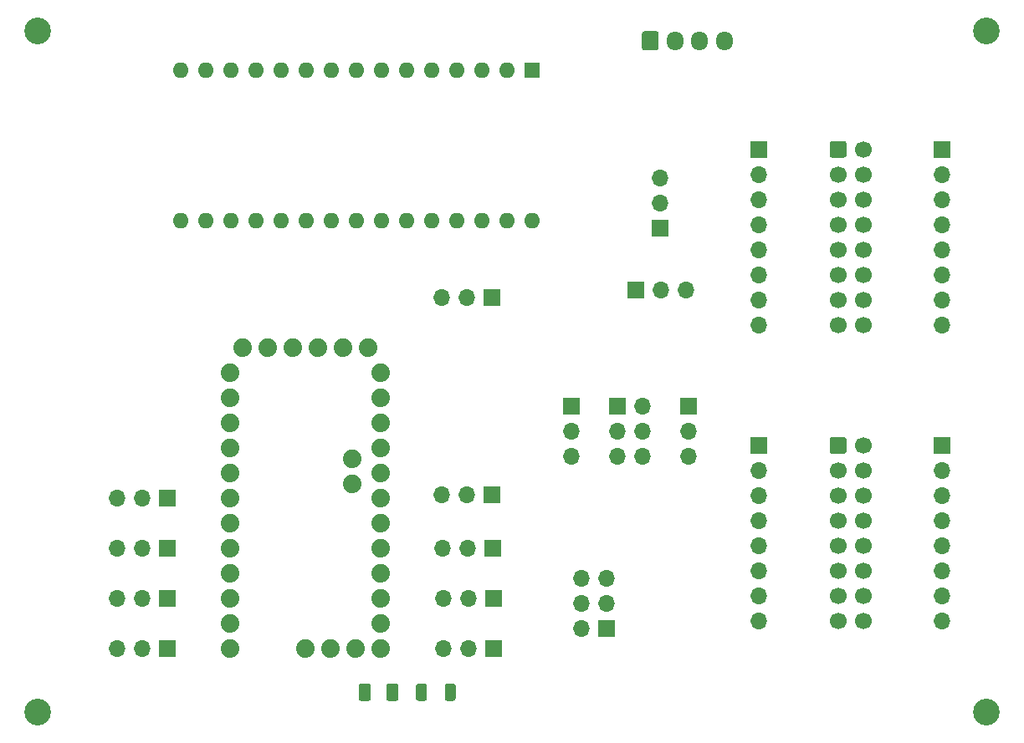
<source format=gbr>
G04 #@! TF.GenerationSoftware,KiCad,Pcbnew,5.99.0-unknown-dd99b2dc2f~142~ubuntu21.10.1*
G04 #@! TF.CreationDate,2021-10-27T13:54:22+02:00*
G04 #@! TF.ProjectId,Stm32F103Board,53746d33-3246-4313-9033-426f6172642e,rev?*
G04 #@! TF.SameCoordinates,Original*
G04 #@! TF.FileFunction,Soldermask,Top*
G04 #@! TF.FilePolarity,Negative*
%FSLAX46Y46*%
G04 Gerber Fmt 4.6, Leading zero omitted, Abs format (unit mm)*
G04 Created by KiCad (PCBNEW 5.99.0-unknown-dd99b2dc2f~142~ubuntu21.10.1) date 2021-10-27 13:54:22*
%MOMM*%
%LPD*%
G01*
G04 APERTURE LIST*
%ADD10O,1.700000X1.700000*%
%ADD11R,1.700000X1.700000*%
%ADD12C,1.879600*%
%ADD13C,2.700000*%
%ADD14C,1.700000*%
%ADD15O,1.700000X1.950000*%
%ADD16O,1.600000X1.600000*%
%ADD17R,1.600000X1.600000*%
G04 APERTURE END LIST*
G36*
G01*
X71187500Y-134625000D02*
X71187500Y-133375000D01*
G75*
G02*
X71437500Y-133125000I250000J0D01*
G01*
X72062500Y-133125000D01*
G75*
G02*
X72312500Y-133375000I0J-250000D01*
G01*
X72312500Y-134625000D01*
G75*
G02*
X72062500Y-134875000I-250000J0D01*
G01*
X71437500Y-134875000D01*
G75*
G02*
X71187500Y-134625000I0J250000D01*
G01*
G37*
G36*
G01*
X68262500Y-134625000D02*
X68262500Y-133375000D01*
G75*
G02*
X68512500Y-133125000I250000J0D01*
G01*
X69137500Y-133125000D01*
G75*
G02*
X69387500Y-133375000I0J-250000D01*
G01*
X69387500Y-134625000D01*
G75*
G02*
X69137500Y-134875000I-250000J0D01*
G01*
X68512500Y-134875000D01*
G75*
G02*
X68262500Y-134625000I0J250000D01*
G01*
G37*
G36*
G01*
X63725000Y-133375000D02*
X63725000Y-134625000D01*
G75*
G02*
X63475000Y-134875000I-250000J0D01*
G01*
X62725000Y-134875000D01*
G75*
G02*
X62475000Y-134625000I0J250000D01*
G01*
X62475000Y-133375000D01*
G75*
G02*
X62725000Y-133125000I250000J0D01*
G01*
X63475000Y-133125000D01*
G75*
G02*
X63725000Y-133375000I0J-250000D01*
G01*
G37*
G36*
G01*
X66525000Y-133375000D02*
X66525000Y-134625000D01*
G75*
G02*
X66275000Y-134875000I-250000J0D01*
G01*
X65525000Y-134875000D01*
G75*
G02*
X65275000Y-134625000I0J250000D01*
G01*
X65275000Y-133375000D01*
G75*
G02*
X65525000Y-133125000I250000J0D01*
G01*
X66275000Y-133125000D01*
G75*
G02*
X66525000Y-133375000I0J-250000D01*
G01*
G37*
D10*
X95580000Y-93250000D03*
X93040000Y-93250000D03*
D11*
X90500000Y-93250000D03*
D12*
X57120000Y-129540000D03*
X49500000Y-101600000D03*
X49500000Y-104140000D03*
X49500000Y-106680000D03*
X49500000Y-109220000D03*
X49500000Y-111760000D03*
X49500000Y-114300000D03*
X49500000Y-116840000D03*
X49500000Y-119380000D03*
X49500000Y-121920000D03*
X49500000Y-124460000D03*
X49500000Y-127000000D03*
X49500000Y-129540000D03*
X64740000Y-129540000D03*
X64740000Y-127000000D03*
X64740000Y-124460000D03*
X64740000Y-121920000D03*
X64740000Y-119380000D03*
X64740000Y-116840000D03*
X64740000Y-114300000D03*
X64740000Y-111760000D03*
X64740000Y-109220000D03*
X64740000Y-106680000D03*
X64740000Y-104140000D03*
X64740000Y-101600000D03*
X59660000Y-129540000D03*
X62200000Y-129540000D03*
X61819000Y-110363000D03*
X61819000Y-112903000D03*
X50770000Y-99060000D03*
X53310000Y-99060000D03*
X55850000Y-99060000D03*
X58390000Y-99060000D03*
X60930000Y-99060000D03*
X63470000Y-99060000D03*
D10*
X95850000Y-110080000D03*
X95850000Y-107540000D03*
D11*
X95850000Y-105000000D03*
D10*
X91190000Y-110080000D03*
X88650000Y-110080000D03*
X91190000Y-107540000D03*
X88650000Y-107540000D03*
X91190000Y-105000000D03*
D11*
X88650000Y-105000000D03*
D10*
X84000000Y-110080000D03*
X84000000Y-107540000D03*
D11*
X84000000Y-105000000D03*
D10*
X121500000Y-126780000D03*
X121500000Y-124240000D03*
X121500000Y-121700000D03*
X121500000Y-119160000D03*
X121500000Y-116620000D03*
X121500000Y-114080000D03*
X121500000Y-111540000D03*
D11*
X121500000Y-109000000D03*
D10*
X121500000Y-96780000D03*
X121500000Y-94240000D03*
X121500000Y-91700000D03*
X121500000Y-89160000D03*
X121500000Y-86620000D03*
X121500000Y-84080000D03*
X121500000Y-81540000D03*
D11*
X121500000Y-79000000D03*
D10*
X103000000Y-126780000D03*
X103000000Y-124240000D03*
X103000000Y-121700000D03*
X103000000Y-119160000D03*
X103000000Y-116620000D03*
X103000000Y-114080000D03*
X103000000Y-111540000D03*
D11*
X103000000Y-109000000D03*
D10*
X103000000Y-96780000D03*
X103000000Y-94240000D03*
X103000000Y-91700000D03*
X103000000Y-89160000D03*
X103000000Y-86620000D03*
X103000000Y-84080000D03*
X103000000Y-81540000D03*
D11*
X103000000Y-79000000D03*
D13*
X126000000Y-136000000D03*
X126000000Y-67000000D03*
X30000000Y-136000000D03*
X30000000Y-67000000D03*
D14*
X113540000Y-126780000D03*
X113540000Y-124240000D03*
X113540000Y-121700000D03*
X113540000Y-119160000D03*
X113540000Y-116620000D03*
X113540000Y-114080000D03*
X113540000Y-111540000D03*
X113540000Y-109000000D03*
X111000000Y-126780000D03*
X111000000Y-124240000D03*
X111000000Y-121700000D03*
X111000000Y-119160000D03*
X111000000Y-116620000D03*
X111000000Y-114080000D03*
X111000000Y-111540000D03*
G36*
G01*
X110150000Y-109600000D02*
X110150000Y-108400000D01*
G75*
G02*
X110400000Y-108150000I250000J0D01*
G01*
X111600000Y-108150000D01*
G75*
G02*
X111850000Y-108400000I0J-250000D01*
G01*
X111850000Y-109600000D01*
G75*
G02*
X111600000Y-109850000I-250000J0D01*
G01*
X110400000Y-109850000D01*
G75*
G02*
X110150000Y-109600000I0J250000D01*
G01*
G37*
X113540000Y-96780000D03*
X113540000Y-94240000D03*
X113540000Y-91700000D03*
X113540000Y-89160000D03*
X113540000Y-86620000D03*
X113540000Y-84080000D03*
X113540000Y-81540000D03*
X113540000Y-79000000D03*
X111000000Y-96780000D03*
X111000000Y-94240000D03*
X111000000Y-91700000D03*
X111000000Y-89160000D03*
X111000000Y-86620000D03*
X111000000Y-84080000D03*
X111000000Y-81540000D03*
G36*
G01*
X110150000Y-79600000D02*
X110150000Y-78400000D01*
G75*
G02*
X110400000Y-78150000I250000J0D01*
G01*
X111600000Y-78150000D01*
G75*
G02*
X111850000Y-78400000I0J-250000D01*
G01*
X111850000Y-79600000D01*
G75*
G02*
X111600000Y-79850000I-250000J0D01*
G01*
X110400000Y-79850000D01*
G75*
G02*
X110150000Y-79600000I0J250000D01*
G01*
G37*
D10*
X93000000Y-81920000D03*
X93000000Y-84460000D03*
D11*
X93000000Y-87000000D03*
D10*
X70920000Y-94000000D03*
X73460000Y-94000000D03*
D11*
X76000000Y-94000000D03*
D15*
X99500000Y-68000000D03*
X97000000Y-68000000D03*
X94500000Y-68000000D03*
G36*
G01*
X91150000Y-68725000D02*
X91150000Y-67275000D01*
G75*
G02*
X91400000Y-67025000I250000J0D01*
G01*
X92600000Y-67025000D01*
G75*
G02*
X92850000Y-67275000I0J-250000D01*
G01*
X92850000Y-68725000D01*
G75*
G02*
X92600000Y-68975000I-250000J0D01*
G01*
X91400000Y-68975000D01*
G75*
G02*
X91150000Y-68725000I0J250000D01*
G01*
G37*
D10*
X38060000Y-129540000D03*
X40600000Y-129540000D03*
D11*
X43140000Y-129540000D03*
D10*
X38060000Y-124460000D03*
X40600000Y-124460000D03*
D11*
X43140000Y-124460000D03*
D10*
X38060000Y-119380000D03*
X40600000Y-119380000D03*
D11*
X43140000Y-119380000D03*
D10*
X38060000Y-114300000D03*
X40600000Y-114300000D03*
D11*
X43140000Y-114300000D03*
D10*
X70920000Y-114000000D03*
X73460000Y-114000000D03*
D11*
X76000000Y-114000000D03*
D10*
X71000000Y-119380000D03*
X73540000Y-119380000D03*
D11*
X76080000Y-119380000D03*
D10*
X71080000Y-124460000D03*
X73620000Y-124460000D03*
D11*
X76160000Y-124460000D03*
D10*
X71080000Y-129540000D03*
X73620000Y-129540000D03*
D11*
X76160000Y-129540000D03*
D10*
X85000000Y-122460000D03*
X87540000Y-122460000D03*
X85000000Y-125000000D03*
X87540000Y-125000000D03*
X85000000Y-127540000D03*
D11*
X87540000Y-127540000D03*
D16*
X44440000Y-86240000D03*
X44440000Y-71000000D03*
X80000000Y-86240000D03*
X46980000Y-71000000D03*
X77460000Y-86240000D03*
X49520000Y-71000000D03*
X74920000Y-86240000D03*
X52060000Y-71000000D03*
X72380000Y-86240000D03*
X54600000Y-71000000D03*
X69840000Y-86240000D03*
X57140000Y-71000000D03*
X67300000Y-86240000D03*
X59680000Y-71000000D03*
X64760000Y-86240000D03*
X62220000Y-71000000D03*
X62220000Y-86240000D03*
X64760000Y-71000000D03*
X59680000Y-86240000D03*
X67300000Y-71000000D03*
X57140000Y-86240000D03*
X69840000Y-71000000D03*
X54600000Y-86240000D03*
X72380000Y-71000000D03*
X52060000Y-86240000D03*
X74920000Y-71000000D03*
X49520000Y-86240000D03*
X77460000Y-71000000D03*
X46980000Y-86240000D03*
D17*
X80000000Y-71000000D03*
M02*

</source>
